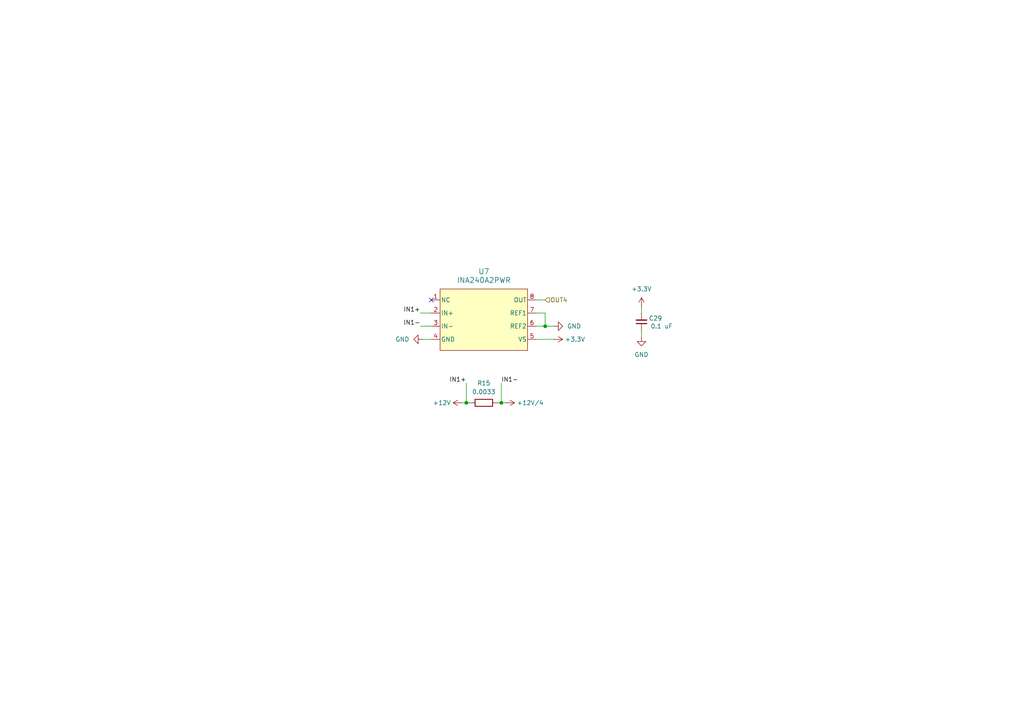
<source format=kicad_sch>
(kicad_sch (version 20231120) (generator "eeschema") (generator_version "8.0")
  (paper "A4")
  (lib_symbols
    (symbol "Device:C_Small" (pin_numbers hide) (pin_names (offset 0.254) hide)
      (property "Reference" "C" (at 0.254 1.778 0))
      (property "Value" "C_Small" (at 0.254 -2.032 0))
      (symbol "C_Small_0_1"
        (polyline (pts (xy -1.524 -0.508) (xy 1.524 -0.508)) (stroke (width 0.3302)))
        (polyline (pts (xy -1.524 0.508) (xy 1.524 0.508)) (stroke (width 0.3048)))
      )
      (symbol "C_Small_1_1"
        (pin passive line (at 0 2.54 270) (length 2.032) (name "~") (number "1"))
        (pin passive line (at 0 -2.54 90) (length 2.032) (name "~") (number "2"))
      )
    )
    (symbol "Device:R" (pin_numbers hide) (pin_names (offset 0))
      (property "Reference" "R" (at 2.032 0 90))
      (property "Value" "R" (at 0 0 90))
      (symbol "R_0_1"
        (rectangle (start -1.016 -2.54) (end 1.016 2.54) (stroke (width 0.254)))
      )
      (symbol "R_1_1"
        (pin passive line (at 0 3.81 270) (length 1.27) (name "~") (number "1"))
        (pin passive line (at 0 -3.81 90) (length 1.27) (name "~") (number "2"))
      )
    )
    (symbol "INA240A2PWR:INA240A2PWR" (pin_names (offset 0.254))
      (property "Reference" "U" (at 20.32 10.16 0))
      (property "Value" "INA240A2PWR" (at 20.32 7.62 0))
      (symbol "INA240A2PWR_1_1"
        (rectangle (start 7.62 5.08) (end 33.02 -12.7) (fill (type background)))
        (pin unspecified line (at 5.08 1.905 0) (length 2.54) (name "NC") (number "1"))
        (pin input line (at 5.08 -1.905 0) (length 2.54) (name "IN+") (number "2"))
        (pin input line (at 5.08 -5.715 0) (length 2.54) (name "IN-") (number "3"))
        (pin power_in line (at 5.08 -9.525 0) (length 2.54) (name "GND") (number "4"))
        (pin power_in line (at 35.56 -9.525 180) (length 2.54) (name "VS") (number "5"))
        (pin input line (at 35.56 -5.715 180) (length 2.54) (name "REF2") (number "6"))
        (pin input line (at 35.56 -1.905 180) (length 2.54) (name "REF1") (number "7"))
        (pin output line (at 35.56 1.905 180) (length 2.54) (name "OUT") (number "8"))
      )
    )
    (symbol "power:+12V" (power) (pin_numbers hide) (pin_names (offset 0) hide)
      (property "Value" "+12V" (at 0 3.556 0))
      (symbol "+12V_0_1"
        (polyline (pts (xy -0.762 1.27) (xy 0 2.54)))
        (polyline (pts (xy 0 0) (xy 0 2.54)))
        (polyline (pts (xy 0 2.54) (xy 0.762 1.27)))
      )
      (symbol "+12V_1_1"
        (pin power_in line (at 0 0 90) (length 0) (name "~") (number "1"))
      )
    )
    (symbol "power:+3.3V" (power) (pin_numbers hide) (pin_names (offset 0) hide)
      (property "Value" "+3.3V" (at 0 3.556 0))
      (symbol "+3.3V_0_1"
        (polyline (pts (xy -0.762 1.27) (xy 0 2.54)))
        (polyline (pts (xy 0 0) (xy 0 2.54)))
        (polyline (pts (xy 0 2.54) (xy 0.762 1.27)))
      )
      (symbol "+3.3V_1_1"
        (pin power_in line (at 0 0 90) (length 0) (name "~") (number "1"))
      )
    )
    (symbol "power:+48V" (power) (pin_numbers hide) (pin_names (offset 0) hide)
      (property "Value" "+48V" (at 0 3.556 0))
      (symbol "+48V_0_1"
        (polyline (pts (xy -0.762 1.27) (xy 0 2.54)))
        (polyline (pts (xy 0 0) (xy 0 2.54)))
        (polyline (pts (xy 0 2.54) (xy 0.762 1.27)))
      )
      (symbol "+48V_1_1"
        (pin power_in line (at 0 0 90) (length 0) (name "~") (number "1"))
      )
    )
    (symbol "power:GND" (power) (pin_numbers hide) (pin_names (offset 0) hide)
      (property "Value" "GND" (at 0 -3.81 0))
      (symbol "GND_0_1"
        (polyline (pts (xy 0 0) (xy 0 -1.27) (xy 1.27 -1.27) (xy 0 -2.54) (xy -1.27 -1.27) (xy 0 -1.27)))
      )
      (symbol "GND_1_1"
        (pin power_in line (at 0 0 270) (length 0) (name "~") (number "1"))
      )
    )
  )
  (junction (at 158.115 94.615))
  (junction (at 135.255 116.84))
  (junction (at 145.415 116.84))
  (no_connect (at 125.095 86.995))
  (wire (pts (xy 186.055 95.885) (xy 186.055 97.79)))
  (wire (pts (xy 158.115 90.805) (xy 158.115 94.615)))
  (wire (pts (xy 155.575 90.805) (xy 158.115 90.805)))
  (wire (pts (xy 122.555 98.425) (xy 125.095 98.425)))
  (wire (pts (xy 144.145 116.84) (xy 145.415 116.84)))
  (wire (pts (xy 158.115 94.615) (xy 160.655 94.615)))
  (wire (pts (xy 121.92 90.805) (xy 125.095 90.805)))
  (wire (pts (xy 145.415 111.125) (xy 145.415 116.84)))
  (wire (pts (xy 155.575 94.615) (xy 158.115 94.615)))
  (wire (pts (xy 155.575 98.425) (xy 160.655 98.425)))
  (wire (pts (xy 135.255 116.84) (xy 136.525 116.84)))
  (wire (pts (xy 145.415 116.84) (xy 146.685 116.84)))
  (wire (pts (xy 135.255 111.125) (xy 135.255 116.84)))
  (wire (pts (xy 121.92 94.615) (xy 125.095 94.615)))
  (wire (pts (xy 133.985 116.84) (xy 135.255 116.84)))
  (wire (pts (xy 155.575 86.995) (xy 158.115 86.995)))
  (wire (pts (xy 186.055 88.9) (xy 186.055 90.805)))
  (label "IN1+" (at 135.255 111.125 180))
  (label "IN1-" (at 145.415 111.125 0))
  (label "IN1-" (at 121.92 94.615 180))
  (label "IN1+" (at 121.92 90.805 180))
  (hierarchical_label "OUT4" (shape input) (at 158.115 86.995 0))
  (symbol (lib_id "power:GND") (at 186.055 97.79 0) (unit 1)
    (property "Reference" "#PWR076" (effects (hide yes)))
    (property "Value" "GND" (at 186.055 102.87 0))
    (property "Description" "Power symbol creates a global label with name \"GND\" , ground" (effects (hide yes)))
  )
  (symbol (lib_id "power:+48V") (at 133.985 116.84 90) (unit 1)
    (property "Reference" "#PWR071" (effects (hide yes)))
    (property "Value" "+12V" (at 130.81 116.8399 90) (effects (justify left)))
    (property "Description" "Power symbol creates a global label with name \"+48V\"" (effects (hide yes)))
  )
  (symbol (lib_id "Device:R") (at 140.335 116.84 90) (unit 1)
    (property "Reference" "R15" (at 140.335 111.125 90))
    (property "Value" "0.0033" (at 140.335 113.665 90))
    (property "Footprint" "WSLP25123L300DEA:RES_VISHAY_WSLP2512_A_VIS" (effects (hide yes)))
    (property "Datasheet" "https://www.vishay.com/docs/30122/wslp.pdf" (effects (hide yes)))
    (property "Description" "RES 0.0033 OHM 0.5% 3W 2512" (effects (hide yes)))
    (property "Mfr." "Vishay Dale" (effects (hide yes)))
    (property "Part #" "WSLP25123L300DEA" (effects (hide yes)))
    (property "Price" "$2.767" (effects (hide yes)))
    (property "Order Link" "https://www.digikey.com/en/products/detail/vishay-dale/WSLP25123L300DEA/9755540" (effects (hide yes)))
  )
  (symbol (lib_id "power:GND") (at 122.555 98.425 270) (unit 1)
    (property "Reference" "#PWR070" (effects (hide yes)))
    (property "Value" "GND" (at 118.745 98.4249 90) (effects (justify right)))
    (property "Description" "Power symbol creates a global label with name \"GND\" , ground" (effects (hide yes)))
  )
  (symbol (lib_id "INA240A2PWR:INA240A2PWR") (at 120.015 88.9 0) (unit 1)
    (property "Reference" "U7" (at 140.335 78.74 0) (effects (font (size 1.524 1.524))))
    (property "Value" "INA240A2PWR" (at 140.335 81.28 0) (effects (font (size 1.524 1.524))))
    (property "Footprint" "INA240A2PWR:PW0008A_M" (effects (hide yes)))
    (property "Datasheet" "https://www.ti.com/lit/gpn/ina240" (effects (hide yes)))
    (property "Description" "IC CURR SENSE 1 CIRCUIT 8TSSOP" (effects (hide yes)))
    (property "Mfr." "Texas Instruments" (effects (hide yes)))
    (property "Part #" "INA240A2PWR" (effects (hide yes)))
    (property "Price" "$2.426" (effects (hide yes)))
    (property "Order Link" "https://www.digikey.com/en/products/detail/texas-instruments/INA240A2PWR/6562018" (effects (hide yes)))
  )
  (symbol (lib_id "power:+3.3V") (at 186.055 88.9 0) (unit 1)
    (property "Reference" "#PWR075" (effects (hide yes)))
    (property "Value" "+3.3V" (at 186.055 83.82 0))
    (property "Description" "Power symbol creates a global label with name \"+3.3V\"" (effects (hide yes)))
  )
  (symbol (lib_id "power:+3.3V") (at 160.655 98.425 270) (unit 1)
    (property "Reference" "#PWR074" (effects (hide yes)))
    (property "Value" "+3.3V" (at 163.83 98.4249 90) (effects (justify left)))
    (property "Description" "Power symbol creates a global label with name \"+3.3V\"" (effects (hide yes)))
  )
  (symbol (lib_id "Device:C_Small") (at 186.055 93.345 180) (unit 1)
    (property "Reference" "C29" (at 190.119 92.329 0))
    (property "Value" "0.1 uF" (at 191.897 94.615 0))
    (property "Footprint" "0805 Ceramic Capacitor:CAPC2012X140N" (effects (hide yes)))
    (property "Datasheet" "https://content.kemet.com/datasheets/KEM_C1023_X7R_AUTO_SMD.pdf" (effects (hide yes)))
    (property "Description" "0.1 uF 0805 Ceramic Capacitor - Automotive, Bypass, Decoupling" (effects (hide yes)))
    (property "Mfr." "KEMET" (effects (hide yes)))
    (property "Part #" "C0805C104J5RACAUTO" (effects (hide yes)))
    (property "Price" "$0.109" (effects (hide yes)))
    (property "Order Link" "https://www.digikey.com/en/products/detail/kemet/C0805C104J5RACAUTO/3314919" (effects (hide yes)))
  )
  (symbol (lib_id "power:+12V") (at 146.685 116.84 270) (unit 1)
    (property "Reference" "#PWR072" (effects (hide yes)))
    (property "Value" "+12V/4" (at 153.797 116.84 90))
    (property "Description" "Power symbol creates a global label with name \"+12V\"" (effects (hide yes)))
  )
  (symbol (lib_id "power:GND") (at 160.655 94.615 90) (unit 1)
    (property "Reference" "#PWR073" (effects (hide yes)))
    (property "Value" "GND" (at 164.465 94.6149 90) (effects (justify right)))
    (property "Description" "Power symbol creates a global label with name \"GND\" , ground" (effects (hide yes)))
  )
)
</source>
